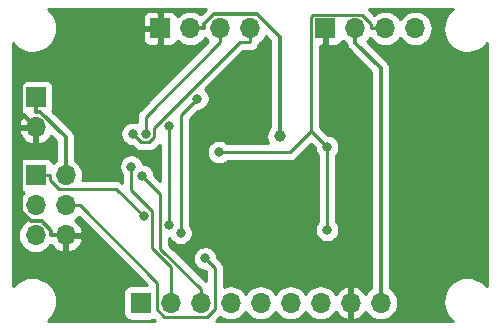
<source format=gbl>
G04 #@! TF.GenerationSoftware,KiCad,Pcbnew,(5.1.2)-1*
G04 #@! TF.CreationDate,2019-05-20T21:13:43-04:00*
G04 #@! TF.ProjectId,DuinoClone,4475696e-6f43-46c6-9f6e-652e6b696361,1*
G04 #@! TF.SameCoordinates,Original*
G04 #@! TF.FileFunction,Copper,L2,Bot*
G04 #@! TF.FilePolarity,Positive*
%FSLAX46Y46*%
G04 Gerber Fmt 4.6, Leading zero omitted, Abs format (unit mm)*
G04 Created by KiCad (PCBNEW (5.1.2)-1) date 2019-05-20 21:13:43*
%MOMM*%
%LPD*%
G04 APERTURE LIST*
%ADD10R,1.700000X1.700000*%
%ADD11O,1.700000X1.700000*%
%ADD12C,1.000000*%
%ADD13C,0.800000*%
%ADD14C,0.300000*%
%ADD15C,0.250000*%
%ADD16C,0.254000*%
G04 APERTURE END LIST*
D10*
X82804000Y-91440000D03*
D11*
X82804000Y-93980000D03*
D10*
X91694000Y-108839000D03*
D11*
X94234000Y-108839000D03*
X96774000Y-108839000D03*
X99314000Y-108839000D03*
X101854000Y-108839000D03*
X104394000Y-108839000D03*
X106934000Y-108839000D03*
X109474000Y-108839000D03*
X112014000Y-108839000D03*
D10*
X93345000Y-85598000D03*
D11*
X95885000Y-85598000D03*
X98425000Y-85598000D03*
X100965000Y-85598000D03*
D10*
X82804000Y-98044000D03*
D11*
X85344000Y-98044000D03*
X82804000Y-100584000D03*
X85344000Y-100584000D03*
X82804000Y-103124000D03*
X85344000Y-103124000D03*
X114935000Y-85598000D03*
X112395000Y-85598000D03*
X109855000Y-85598000D03*
D10*
X107315000Y-85598000D03*
D12*
X103459100Y-94742000D03*
D13*
X94093300Y-102249100D03*
X94077500Y-93880700D03*
X96495100Y-91543800D03*
X95083000Y-102914100D03*
X90900900Y-97288500D03*
X91804700Y-98076000D03*
X92111700Y-94510800D03*
X91018300Y-94520700D03*
X91943100Y-101517900D03*
X97165600Y-105062700D03*
X98310500Y-96081900D03*
X107487500Y-95618200D03*
X107483800Y-102651100D03*
D14*
X109855000Y-85598000D02*
X109855000Y-86798300D01*
X109855000Y-86798300D02*
X112014000Y-88957300D01*
X112014000Y-88957300D02*
X112014000Y-108839000D01*
X97085300Y-85598000D02*
X97085300Y-85214700D01*
X97085300Y-85214700D02*
X97902300Y-84397700D01*
X97902300Y-84397700D02*
X101521300Y-84397700D01*
X101521300Y-84397700D02*
X103459100Y-86335500D01*
X103459100Y-86335500D02*
X103459100Y-94742000D01*
X95885000Y-85598000D02*
X97085300Y-85598000D01*
X82804000Y-91440000D02*
X82804000Y-92640300D01*
X82804000Y-92640300D02*
X83179100Y-92640300D01*
X83179100Y-92640300D02*
X85344000Y-94805200D01*
X85344000Y-94805200D02*
X85344000Y-98044000D01*
X82804000Y-93980000D02*
X82804000Y-95180300D01*
X85344000Y-103124000D02*
X84143700Y-103124000D01*
X84143700Y-103124000D02*
X84143700Y-102748800D01*
X84143700Y-102748800D02*
X83318600Y-101923700D01*
X83318600Y-101923700D02*
X82445300Y-101923700D01*
X82445300Y-101923700D02*
X81603600Y-101082000D01*
X81603600Y-101082000D02*
X81603600Y-96380700D01*
X81603600Y-96380700D02*
X82804000Y-95180300D01*
X93345000Y-85598000D02*
X86432600Y-85598000D01*
X86432600Y-85598000D02*
X81603600Y-90427000D01*
X81603600Y-90427000D02*
X81603600Y-92779600D01*
X81603600Y-92779600D02*
X82804000Y-93980000D01*
X107315000Y-85598000D02*
X107315000Y-86798300D01*
X109474000Y-107638700D02*
X109474000Y-88957300D01*
X109474000Y-88957300D02*
X107315000Y-86798300D01*
X109474000Y-108839000D02*
X109474000Y-107638700D01*
D15*
X94093300Y-102249100D02*
X94077500Y-102233300D01*
X94077500Y-102233300D02*
X94077500Y-93880700D01*
X95083000Y-102914100D02*
X95083000Y-92955900D01*
X95083000Y-92955900D02*
X96495100Y-91543800D01*
X90900900Y-97288500D02*
X90900900Y-99250200D01*
X90900900Y-99250200D02*
X92683300Y-101032600D01*
X92683300Y-101032600D02*
X92683300Y-104209900D01*
X92683300Y-104209900D02*
X94234000Y-105760600D01*
X94234000Y-105760600D02*
X94234000Y-108839000D01*
X96774000Y-107663700D02*
X93368000Y-104257700D01*
X93368000Y-104257700D02*
X93368000Y-99639300D01*
X93368000Y-99639300D02*
X91804700Y-98076000D01*
X96774000Y-108839000D02*
X96774000Y-107663700D01*
X98425000Y-85598000D02*
X98425000Y-86773300D01*
X98425000Y-86773300D02*
X92111700Y-93086600D01*
X92111700Y-93086600D02*
X92111700Y-94510800D01*
X100965000Y-85598000D02*
X100965000Y-86773300D01*
X91018300Y-94520700D02*
X91733800Y-95236200D01*
X91733800Y-95236200D02*
X92439200Y-95236200D01*
X92439200Y-95236200D02*
X92851500Y-94823900D01*
X92851500Y-94823900D02*
X92851500Y-93989600D01*
X92851500Y-93989600D02*
X100067800Y-86773300D01*
X100067800Y-86773300D02*
X100965000Y-86773300D01*
X83979300Y-98044000D02*
X83979300Y-98411400D01*
X83979300Y-98411400D02*
X84787200Y-99219300D01*
X84787200Y-99219300D02*
X89644500Y-99219300D01*
X89644500Y-99219300D02*
X91943100Y-101517900D01*
X82804000Y-98044000D02*
X83979300Y-98044000D01*
X97165600Y-105062700D02*
X97962200Y-105859300D01*
X97962200Y-105859300D02*
X97962200Y-109350500D01*
X97962200Y-109350500D02*
X97297400Y-110015300D01*
X97297400Y-110015300D02*
X93698300Y-110015300D01*
X93698300Y-110015300D02*
X93058600Y-109375600D01*
X93058600Y-109375600D02*
X93058600Y-107123300D01*
X93058600Y-107123300D02*
X86519300Y-100584000D01*
X85344000Y-100584000D02*
X86519300Y-100584000D01*
X106139600Y-94270300D02*
X107487500Y-95618200D01*
X111219700Y-85598000D02*
X111219700Y-85230600D01*
X111219700Y-85230600D02*
X110411800Y-84422700D01*
X110411800Y-84422700D02*
X106318000Y-84422700D01*
X106318000Y-84422700D02*
X106139600Y-84601100D01*
X106139600Y-84601100D02*
X106139600Y-94270300D01*
X98310500Y-96081900D02*
X104328000Y-96081900D01*
X104328000Y-96081900D02*
X106139600Y-94270300D01*
X107483800Y-102651100D02*
X107483800Y-95621900D01*
X107483800Y-95621900D02*
X107487500Y-95618200D01*
X112395000Y-85598000D02*
X111219700Y-85598000D01*
D16*
G36*
X117887370Y-84156584D02*
G01*
X117635824Y-84473955D01*
X117450714Y-84834142D01*
X117339089Y-85223423D01*
X117305202Y-85626972D01*
X117350344Y-86029417D01*
X117472794Y-86415429D01*
X117667889Y-86770307D01*
X117928199Y-87080531D01*
X118243806Y-87334286D01*
X118602691Y-87521906D01*
X118991184Y-87636246D01*
X119394486Y-87672949D01*
X119797237Y-87630619D01*
X120184095Y-87510866D01*
X120540325Y-87318253D01*
X120852359Y-87060116D01*
X121006001Y-86871733D01*
X121006000Y-107435298D01*
X120810961Y-107209343D01*
X120491841Y-106960020D01*
X120130371Y-106777428D01*
X119740320Y-106668524D01*
X119336544Y-106637455D01*
X118934424Y-106685405D01*
X118549276Y-106810547D01*
X118195769Y-107008115D01*
X117887370Y-107270584D01*
X117635824Y-107587955D01*
X117450714Y-107948142D01*
X117339089Y-108337423D01*
X117305202Y-108740972D01*
X117350344Y-109143417D01*
X117472794Y-109529429D01*
X117667889Y-109884307D01*
X117928199Y-110194531D01*
X118106638Y-110338000D01*
X98049501Y-110338000D01*
X98387665Y-109999837D01*
X98484986Y-110079706D01*
X98742966Y-110217599D01*
X99022889Y-110302513D01*
X99241050Y-110324000D01*
X99386950Y-110324000D01*
X99605111Y-110302513D01*
X99885034Y-110217599D01*
X100143014Y-110079706D01*
X100369134Y-109894134D01*
X100554706Y-109668014D01*
X100584000Y-109613209D01*
X100613294Y-109668014D01*
X100798866Y-109894134D01*
X101024986Y-110079706D01*
X101282966Y-110217599D01*
X101562889Y-110302513D01*
X101781050Y-110324000D01*
X101926950Y-110324000D01*
X102145111Y-110302513D01*
X102425034Y-110217599D01*
X102683014Y-110079706D01*
X102909134Y-109894134D01*
X103094706Y-109668014D01*
X103124000Y-109613209D01*
X103153294Y-109668014D01*
X103338866Y-109894134D01*
X103564986Y-110079706D01*
X103822966Y-110217599D01*
X104102889Y-110302513D01*
X104321050Y-110324000D01*
X104466950Y-110324000D01*
X104685111Y-110302513D01*
X104965034Y-110217599D01*
X105223014Y-110079706D01*
X105449134Y-109894134D01*
X105634706Y-109668014D01*
X105664000Y-109613209D01*
X105693294Y-109668014D01*
X105878866Y-109894134D01*
X106104986Y-110079706D01*
X106362966Y-110217599D01*
X106642889Y-110302513D01*
X106861050Y-110324000D01*
X107006950Y-110324000D01*
X107225111Y-110302513D01*
X107505034Y-110217599D01*
X107763014Y-110079706D01*
X107989134Y-109894134D01*
X108174706Y-109668014D01*
X108209201Y-109603477D01*
X108278822Y-109720355D01*
X108473731Y-109936588D01*
X108707080Y-110110641D01*
X108969901Y-110235825D01*
X109117110Y-110280476D01*
X109347000Y-110159155D01*
X109347000Y-108966000D01*
X109327000Y-108966000D01*
X109327000Y-108712000D01*
X109347000Y-108712000D01*
X109347000Y-107518845D01*
X109117110Y-107397524D01*
X108969901Y-107442175D01*
X108707080Y-107567359D01*
X108473731Y-107741412D01*
X108278822Y-107957645D01*
X108209201Y-108074523D01*
X108174706Y-108009986D01*
X107989134Y-107783866D01*
X107763014Y-107598294D01*
X107505034Y-107460401D01*
X107225111Y-107375487D01*
X107006950Y-107354000D01*
X106861050Y-107354000D01*
X106642889Y-107375487D01*
X106362966Y-107460401D01*
X106104986Y-107598294D01*
X105878866Y-107783866D01*
X105693294Y-108009986D01*
X105664000Y-108064791D01*
X105634706Y-108009986D01*
X105449134Y-107783866D01*
X105223014Y-107598294D01*
X104965034Y-107460401D01*
X104685111Y-107375487D01*
X104466950Y-107354000D01*
X104321050Y-107354000D01*
X104102889Y-107375487D01*
X103822966Y-107460401D01*
X103564986Y-107598294D01*
X103338866Y-107783866D01*
X103153294Y-108009986D01*
X103124000Y-108064791D01*
X103094706Y-108009986D01*
X102909134Y-107783866D01*
X102683014Y-107598294D01*
X102425034Y-107460401D01*
X102145111Y-107375487D01*
X101926950Y-107354000D01*
X101781050Y-107354000D01*
X101562889Y-107375487D01*
X101282966Y-107460401D01*
X101024986Y-107598294D01*
X100798866Y-107783866D01*
X100613294Y-108009986D01*
X100584000Y-108064791D01*
X100554706Y-108009986D01*
X100369134Y-107783866D01*
X100143014Y-107598294D01*
X99885034Y-107460401D01*
X99605111Y-107375487D01*
X99386950Y-107354000D01*
X99241050Y-107354000D01*
X99022889Y-107375487D01*
X98742966Y-107460401D01*
X98722200Y-107471501D01*
X98722200Y-105896633D01*
X98725877Y-105859300D01*
X98711203Y-105710314D01*
X98667746Y-105567053D01*
X98597174Y-105435024D01*
X98525999Y-105348297D01*
X98502201Y-105319299D01*
X98473204Y-105295502D01*
X98200600Y-105022898D01*
X98200600Y-104960761D01*
X98160826Y-104760802D01*
X98082805Y-104572444D01*
X97969537Y-104402926D01*
X97825374Y-104258763D01*
X97655856Y-104145495D01*
X97467498Y-104067474D01*
X97267539Y-104027700D01*
X97063661Y-104027700D01*
X96863702Y-104067474D01*
X96675344Y-104145495D01*
X96505826Y-104258763D01*
X96361663Y-104402926D01*
X96248395Y-104572444D01*
X96170374Y-104760802D01*
X96130600Y-104960761D01*
X96130600Y-105164639D01*
X96170374Y-105364598D01*
X96248395Y-105552956D01*
X96361663Y-105722474D01*
X96505826Y-105866637D01*
X96675344Y-105979905D01*
X96863702Y-106057926D01*
X97063661Y-106097700D01*
X97125798Y-106097700D01*
X97202200Y-106174102D01*
X97202200Y-107017097D01*
X94128000Y-103942899D01*
X94128000Y-103313111D01*
X94165795Y-103404356D01*
X94279063Y-103573874D01*
X94423226Y-103718037D01*
X94592744Y-103831305D01*
X94781102Y-103909326D01*
X94981061Y-103949100D01*
X95184939Y-103949100D01*
X95384898Y-103909326D01*
X95573256Y-103831305D01*
X95742774Y-103718037D01*
X95886937Y-103573874D01*
X96000205Y-103404356D01*
X96078226Y-103215998D01*
X96118000Y-103016039D01*
X96118000Y-102812161D01*
X96078226Y-102612202D01*
X96000205Y-102423844D01*
X95886937Y-102254326D01*
X95843000Y-102210389D01*
X95843000Y-93270701D01*
X96534902Y-92578800D01*
X96597039Y-92578800D01*
X96796998Y-92539026D01*
X96985356Y-92461005D01*
X97154874Y-92347737D01*
X97299037Y-92203574D01*
X97412305Y-92034056D01*
X97490326Y-91845698D01*
X97530100Y-91645739D01*
X97530100Y-91441861D01*
X97490326Y-91241902D01*
X97412305Y-91053544D01*
X97299037Y-90884026D01*
X97165456Y-90750445D01*
X100382602Y-87533300D01*
X100927667Y-87533300D01*
X100965000Y-87536977D01*
X101113986Y-87522303D01*
X101257247Y-87478846D01*
X101389276Y-87408274D01*
X101505001Y-87313301D01*
X101599974Y-87197576D01*
X101670546Y-87065547D01*
X101714003Y-86922286D01*
X101718246Y-86879205D01*
X101794014Y-86838706D01*
X102020134Y-86653134D01*
X102205706Y-86427014D01*
X102287476Y-86274033D01*
X102674100Y-86660658D01*
X102674101Y-93921867D01*
X102577488Y-94018480D01*
X102453276Y-94204376D01*
X102367717Y-94410933D01*
X102324100Y-94630212D01*
X102324100Y-94853788D01*
X102367717Y-95073067D01*
X102453276Y-95279624D01*
X102481524Y-95321900D01*
X99014211Y-95321900D01*
X98970274Y-95277963D01*
X98800756Y-95164695D01*
X98612398Y-95086674D01*
X98412439Y-95046900D01*
X98208561Y-95046900D01*
X98008602Y-95086674D01*
X97820244Y-95164695D01*
X97650726Y-95277963D01*
X97506563Y-95422126D01*
X97393295Y-95591644D01*
X97315274Y-95780002D01*
X97275500Y-95979961D01*
X97275500Y-96183839D01*
X97315274Y-96383798D01*
X97393295Y-96572156D01*
X97506563Y-96741674D01*
X97650726Y-96885837D01*
X97820244Y-96999105D01*
X98008602Y-97077126D01*
X98208561Y-97116900D01*
X98412439Y-97116900D01*
X98612398Y-97077126D01*
X98800756Y-96999105D01*
X98970274Y-96885837D01*
X99014211Y-96841900D01*
X104290678Y-96841900D01*
X104328000Y-96845576D01*
X104365322Y-96841900D01*
X104365333Y-96841900D01*
X104476986Y-96830903D01*
X104620247Y-96787446D01*
X104752276Y-96716874D01*
X104868001Y-96621901D01*
X104891804Y-96592897D01*
X106139600Y-95345102D01*
X106452500Y-95658002D01*
X106452500Y-95720139D01*
X106492274Y-95920098D01*
X106570295Y-96108456D01*
X106683563Y-96277974D01*
X106723801Y-96318212D01*
X106723800Y-101947389D01*
X106679863Y-101991326D01*
X106566595Y-102160844D01*
X106488574Y-102349202D01*
X106448800Y-102549161D01*
X106448800Y-102753039D01*
X106488574Y-102952998D01*
X106566595Y-103141356D01*
X106679863Y-103310874D01*
X106824026Y-103455037D01*
X106993544Y-103568305D01*
X107181902Y-103646326D01*
X107381861Y-103686100D01*
X107585739Y-103686100D01*
X107785698Y-103646326D01*
X107974056Y-103568305D01*
X108143574Y-103455037D01*
X108287737Y-103310874D01*
X108401005Y-103141356D01*
X108479026Y-102952998D01*
X108518800Y-102753039D01*
X108518800Y-102549161D01*
X108479026Y-102349202D01*
X108401005Y-102160844D01*
X108287737Y-101991326D01*
X108243800Y-101947389D01*
X108243800Y-96325611D01*
X108291437Y-96277974D01*
X108404705Y-96108456D01*
X108482726Y-95920098D01*
X108522500Y-95720139D01*
X108522500Y-95516261D01*
X108482726Y-95316302D01*
X108404705Y-95127944D01*
X108291437Y-94958426D01*
X108147274Y-94814263D01*
X107977756Y-94700995D01*
X107789398Y-94622974D01*
X107589439Y-94583200D01*
X107527302Y-94583200D01*
X106899600Y-93955499D01*
X106899600Y-87083706D01*
X107029250Y-87083000D01*
X107188000Y-86924250D01*
X107188000Y-85725000D01*
X107168000Y-85725000D01*
X107168000Y-85471000D01*
X107188000Y-85471000D01*
X107188000Y-85451000D01*
X107442000Y-85451000D01*
X107442000Y-85471000D01*
X107462000Y-85471000D01*
X107462000Y-85725000D01*
X107442000Y-85725000D01*
X107442000Y-86924250D01*
X107600750Y-87083000D01*
X108165000Y-87086072D01*
X108289482Y-87073812D01*
X108409180Y-87037502D01*
X108519494Y-86978537D01*
X108616185Y-86899185D01*
X108695537Y-86802494D01*
X108754502Y-86692180D01*
X108775393Y-86623313D01*
X108799866Y-86653134D01*
X109025986Y-86838706D01*
X109072638Y-86863642D01*
X109081359Y-86952186D01*
X109126246Y-87100159D01*
X109126247Y-87100160D01*
X109199139Y-87236533D01*
X109238343Y-87284303D01*
X109272655Y-87326112D01*
X109272659Y-87326116D01*
X109297237Y-87356064D01*
X109327185Y-87380642D01*
X111229000Y-89282458D01*
X111229001Y-107574768D01*
X111184986Y-107598294D01*
X110958866Y-107783866D01*
X110773294Y-108009986D01*
X110738799Y-108074523D01*
X110669178Y-107957645D01*
X110474269Y-107741412D01*
X110240920Y-107567359D01*
X109978099Y-107442175D01*
X109830890Y-107397524D01*
X109601000Y-107518845D01*
X109601000Y-108712000D01*
X109621000Y-108712000D01*
X109621000Y-108966000D01*
X109601000Y-108966000D01*
X109601000Y-110159155D01*
X109830890Y-110280476D01*
X109978099Y-110235825D01*
X110240920Y-110110641D01*
X110474269Y-109936588D01*
X110669178Y-109720355D01*
X110738799Y-109603477D01*
X110773294Y-109668014D01*
X110958866Y-109894134D01*
X111184986Y-110079706D01*
X111442966Y-110217599D01*
X111722889Y-110302513D01*
X111941050Y-110324000D01*
X112086950Y-110324000D01*
X112305111Y-110302513D01*
X112585034Y-110217599D01*
X112843014Y-110079706D01*
X113069134Y-109894134D01*
X113254706Y-109668014D01*
X113392599Y-109410034D01*
X113477513Y-109130111D01*
X113506185Y-108839000D01*
X113477513Y-108547889D01*
X113392599Y-108267966D01*
X113254706Y-108009986D01*
X113069134Y-107783866D01*
X112843014Y-107598294D01*
X112799000Y-107574768D01*
X112799000Y-88995852D01*
X112802797Y-88957299D01*
X112799000Y-88918746D01*
X112799000Y-88918739D01*
X112787641Y-88803413D01*
X112742754Y-88655440D01*
X112669862Y-88519067D01*
X112571764Y-88399536D01*
X112541817Y-88374959D01*
X110860623Y-86693766D01*
X110910134Y-86653134D01*
X111095706Y-86427014D01*
X111125000Y-86372209D01*
X111154294Y-86427014D01*
X111339866Y-86653134D01*
X111565986Y-86838706D01*
X111823966Y-86976599D01*
X112103889Y-87061513D01*
X112322050Y-87083000D01*
X112467950Y-87083000D01*
X112686111Y-87061513D01*
X112966034Y-86976599D01*
X113224014Y-86838706D01*
X113450134Y-86653134D01*
X113635706Y-86427014D01*
X113665000Y-86372209D01*
X113694294Y-86427014D01*
X113879866Y-86653134D01*
X114105986Y-86838706D01*
X114363966Y-86976599D01*
X114643889Y-87061513D01*
X114862050Y-87083000D01*
X115007950Y-87083000D01*
X115226111Y-87061513D01*
X115506034Y-86976599D01*
X115764014Y-86838706D01*
X115990134Y-86653134D01*
X116175706Y-86427014D01*
X116313599Y-86169034D01*
X116398513Y-85889111D01*
X116427185Y-85598000D01*
X116398513Y-85306889D01*
X116313599Y-85026966D01*
X116175706Y-84768986D01*
X115990134Y-84542866D01*
X115764014Y-84357294D01*
X115506034Y-84219401D01*
X115226111Y-84134487D01*
X115007950Y-84113000D01*
X114862050Y-84113000D01*
X114643889Y-84134487D01*
X114363966Y-84219401D01*
X114105986Y-84357294D01*
X113879866Y-84542866D01*
X113694294Y-84768986D01*
X113665000Y-84823791D01*
X113635706Y-84768986D01*
X113450134Y-84542866D01*
X113224014Y-84357294D01*
X112966034Y-84219401D01*
X112686111Y-84134487D01*
X112467950Y-84113000D01*
X112322050Y-84113000D01*
X112103889Y-84134487D01*
X111823966Y-84219401D01*
X111565986Y-84357294D01*
X111486461Y-84422559D01*
X111035901Y-83972000D01*
X118104255Y-83972000D01*
X117887370Y-84156584D01*
X117887370Y-84156584D01*
G37*
X117887370Y-84156584D02*
X117635824Y-84473955D01*
X117450714Y-84834142D01*
X117339089Y-85223423D01*
X117305202Y-85626972D01*
X117350344Y-86029417D01*
X117472794Y-86415429D01*
X117667889Y-86770307D01*
X117928199Y-87080531D01*
X118243806Y-87334286D01*
X118602691Y-87521906D01*
X118991184Y-87636246D01*
X119394486Y-87672949D01*
X119797237Y-87630619D01*
X120184095Y-87510866D01*
X120540325Y-87318253D01*
X120852359Y-87060116D01*
X121006001Y-86871733D01*
X121006000Y-107435298D01*
X120810961Y-107209343D01*
X120491841Y-106960020D01*
X120130371Y-106777428D01*
X119740320Y-106668524D01*
X119336544Y-106637455D01*
X118934424Y-106685405D01*
X118549276Y-106810547D01*
X118195769Y-107008115D01*
X117887370Y-107270584D01*
X117635824Y-107587955D01*
X117450714Y-107948142D01*
X117339089Y-108337423D01*
X117305202Y-108740972D01*
X117350344Y-109143417D01*
X117472794Y-109529429D01*
X117667889Y-109884307D01*
X117928199Y-110194531D01*
X118106638Y-110338000D01*
X98049501Y-110338000D01*
X98387665Y-109999837D01*
X98484986Y-110079706D01*
X98742966Y-110217599D01*
X99022889Y-110302513D01*
X99241050Y-110324000D01*
X99386950Y-110324000D01*
X99605111Y-110302513D01*
X99885034Y-110217599D01*
X100143014Y-110079706D01*
X100369134Y-109894134D01*
X100554706Y-109668014D01*
X100584000Y-109613209D01*
X100613294Y-109668014D01*
X100798866Y-109894134D01*
X101024986Y-110079706D01*
X101282966Y-110217599D01*
X101562889Y-110302513D01*
X101781050Y-110324000D01*
X101926950Y-110324000D01*
X102145111Y-110302513D01*
X102425034Y-110217599D01*
X102683014Y-110079706D01*
X102909134Y-109894134D01*
X103094706Y-109668014D01*
X103124000Y-109613209D01*
X103153294Y-109668014D01*
X103338866Y-109894134D01*
X103564986Y-110079706D01*
X103822966Y-110217599D01*
X104102889Y-110302513D01*
X104321050Y-110324000D01*
X104466950Y-110324000D01*
X104685111Y-110302513D01*
X104965034Y-110217599D01*
X105223014Y-110079706D01*
X105449134Y-109894134D01*
X105634706Y-109668014D01*
X105664000Y-109613209D01*
X105693294Y-109668014D01*
X105878866Y-109894134D01*
X106104986Y-110079706D01*
X106362966Y-110217599D01*
X106642889Y-110302513D01*
X106861050Y-110324000D01*
X107006950Y-110324000D01*
X107225111Y-110302513D01*
X107505034Y-110217599D01*
X107763014Y-110079706D01*
X107989134Y-109894134D01*
X108174706Y-109668014D01*
X108209201Y-109603477D01*
X108278822Y-109720355D01*
X108473731Y-109936588D01*
X108707080Y-110110641D01*
X108969901Y-110235825D01*
X109117110Y-110280476D01*
X109347000Y-110159155D01*
X109347000Y-108966000D01*
X109327000Y-108966000D01*
X109327000Y-108712000D01*
X109347000Y-108712000D01*
X109347000Y-107518845D01*
X109117110Y-107397524D01*
X108969901Y-107442175D01*
X108707080Y-107567359D01*
X108473731Y-107741412D01*
X108278822Y-107957645D01*
X108209201Y-108074523D01*
X108174706Y-108009986D01*
X107989134Y-107783866D01*
X107763014Y-107598294D01*
X107505034Y-107460401D01*
X107225111Y-107375487D01*
X107006950Y-107354000D01*
X106861050Y-107354000D01*
X106642889Y-107375487D01*
X106362966Y-107460401D01*
X106104986Y-107598294D01*
X105878866Y-107783866D01*
X105693294Y-108009986D01*
X105664000Y-108064791D01*
X105634706Y-108009986D01*
X105449134Y-107783866D01*
X105223014Y-107598294D01*
X104965034Y-107460401D01*
X104685111Y-107375487D01*
X104466950Y-107354000D01*
X104321050Y-107354000D01*
X104102889Y-107375487D01*
X103822966Y-107460401D01*
X103564986Y-107598294D01*
X103338866Y-107783866D01*
X103153294Y-108009986D01*
X103124000Y-108064791D01*
X103094706Y-108009986D01*
X102909134Y-107783866D01*
X102683014Y-107598294D01*
X102425034Y-107460401D01*
X102145111Y-107375487D01*
X101926950Y-107354000D01*
X101781050Y-107354000D01*
X101562889Y-107375487D01*
X101282966Y-107460401D01*
X101024986Y-107598294D01*
X100798866Y-107783866D01*
X100613294Y-108009986D01*
X100584000Y-108064791D01*
X100554706Y-108009986D01*
X100369134Y-107783866D01*
X100143014Y-107598294D01*
X99885034Y-107460401D01*
X99605111Y-107375487D01*
X99386950Y-107354000D01*
X99241050Y-107354000D01*
X99022889Y-107375487D01*
X98742966Y-107460401D01*
X98722200Y-107471501D01*
X98722200Y-105896633D01*
X98725877Y-105859300D01*
X98711203Y-105710314D01*
X98667746Y-105567053D01*
X98597174Y-105435024D01*
X98525999Y-105348297D01*
X98502201Y-105319299D01*
X98473204Y-105295502D01*
X98200600Y-105022898D01*
X98200600Y-104960761D01*
X98160826Y-104760802D01*
X98082805Y-104572444D01*
X97969537Y-104402926D01*
X97825374Y-104258763D01*
X97655856Y-104145495D01*
X97467498Y-104067474D01*
X97267539Y-104027700D01*
X97063661Y-104027700D01*
X96863702Y-104067474D01*
X96675344Y-104145495D01*
X96505826Y-104258763D01*
X96361663Y-104402926D01*
X96248395Y-104572444D01*
X96170374Y-104760802D01*
X96130600Y-104960761D01*
X96130600Y-105164639D01*
X96170374Y-105364598D01*
X96248395Y-105552956D01*
X96361663Y-105722474D01*
X96505826Y-105866637D01*
X96675344Y-105979905D01*
X96863702Y-106057926D01*
X97063661Y-106097700D01*
X97125798Y-106097700D01*
X97202200Y-106174102D01*
X97202200Y-107017097D01*
X94128000Y-103942899D01*
X94128000Y-103313111D01*
X94165795Y-103404356D01*
X94279063Y-103573874D01*
X94423226Y-103718037D01*
X94592744Y-103831305D01*
X94781102Y-103909326D01*
X94981061Y-103949100D01*
X95184939Y-103949100D01*
X95384898Y-103909326D01*
X95573256Y-103831305D01*
X95742774Y-103718037D01*
X95886937Y-103573874D01*
X96000205Y-103404356D01*
X96078226Y-103215998D01*
X96118000Y-103016039D01*
X96118000Y-102812161D01*
X96078226Y-102612202D01*
X96000205Y-102423844D01*
X95886937Y-102254326D01*
X95843000Y-102210389D01*
X95843000Y-93270701D01*
X96534902Y-92578800D01*
X96597039Y-92578800D01*
X96796998Y-92539026D01*
X96985356Y-92461005D01*
X97154874Y-92347737D01*
X97299037Y-92203574D01*
X97412305Y-92034056D01*
X97490326Y-91845698D01*
X97530100Y-91645739D01*
X97530100Y-91441861D01*
X97490326Y-91241902D01*
X97412305Y-91053544D01*
X97299037Y-90884026D01*
X97165456Y-90750445D01*
X100382602Y-87533300D01*
X100927667Y-87533300D01*
X100965000Y-87536977D01*
X101113986Y-87522303D01*
X101257247Y-87478846D01*
X101389276Y-87408274D01*
X101505001Y-87313301D01*
X101599974Y-87197576D01*
X101670546Y-87065547D01*
X101714003Y-86922286D01*
X101718246Y-86879205D01*
X101794014Y-86838706D01*
X102020134Y-86653134D01*
X102205706Y-86427014D01*
X102287476Y-86274033D01*
X102674100Y-86660658D01*
X102674101Y-93921867D01*
X102577488Y-94018480D01*
X102453276Y-94204376D01*
X102367717Y-94410933D01*
X102324100Y-94630212D01*
X102324100Y-94853788D01*
X102367717Y-95073067D01*
X102453276Y-95279624D01*
X102481524Y-95321900D01*
X99014211Y-95321900D01*
X98970274Y-95277963D01*
X98800756Y-95164695D01*
X98612398Y-95086674D01*
X98412439Y-95046900D01*
X98208561Y-95046900D01*
X98008602Y-95086674D01*
X97820244Y-95164695D01*
X97650726Y-95277963D01*
X97506563Y-95422126D01*
X97393295Y-95591644D01*
X97315274Y-95780002D01*
X97275500Y-95979961D01*
X97275500Y-96183839D01*
X97315274Y-96383798D01*
X97393295Y-96572156D01*
X97506563Y-96741674D01*
X97650726Y-96885837D01*
X97820244Y-96999105D01*
X98008602Y-97077126D01*
X98208561Y-97116900D01*
X98412439Y-97116900D01*
X98612398Y-97077126D01*
X98800756Y-96999105D01*
X98970274Y-96885837D01*
X99014211Y-96841900D01*
X104290678Y-96841900D01*
X104328000Y-96845576D01*
X104365322Y-96841900D01*
X104365333Y-96841900D01*
X104476986Y-96830903D01*
X104620247Y-96787446D01*
X104752276Y-96716874D01*
X104868001Y-96621901D01*
X104891804Y-96592897D01*
X106139600Y-95345102D01*
X106452500Y-95658002D01*
X106452500Y-95720139D01*
X106492274Y-95920098D01*
X106570295Y-96108456D01*
X106683563Y-96277974D01*
X106723801Y-96318212D01*
X106723800Y-101947389D01*
X106679863Y-101991326D01*
X106566595Y-102160844D01*
X106488574Y-102349202D01*
X106448800Y-102549161D01*
X106448800Y-102753039D01*
X106488574Y-102952998D01*
X106566595Y-103141356D01*
X106679863Y-103310874D01*
X106824026Y-103455037D01*
X106993544Y-103568305D01*
X107181902Y-103646326D01*
X107381861Y-103686100D01*
X107585739Y-103686100D01*
X107785698Y-103646326D01*
X107974056Y-103568305D01*
X108143574Y-103455037D01*
X108287737Y-103310874D01*
X108401005Y-103141356D01*
X108479026Y-102952998D01*
X108518800Y-102753039D01*
X108518800Y-102549161D01*
X108479026Y-102349202D01*
X108401005Y-102160844D01*
X108287737Y-101991326D01*
X108243800Y-101947389D01*
X108243800Y-96325611D01*
X108291437Y-96277974D01*
X108404705Y-96108456D01*
X108482726Y-95920098D01*
X108522500Y-95720139D01*
X108522500Y-95516261D01*
X108482726Y-95316302D01*
X108404705Y-95127944D01*
X108291437Y-94958426D01*
X108147274Y-94814263D01*
X107977756Y-94700995D01*
X107789398Y-94622974D01*
X107589439Y-94583200D01*
X107527302Y-94583200D01*
X106899600Y-93955499D01*
X106899600Y-87083706D01*
X107029250Y-87083000D01*
X107188000Y-86924250D01*
X107188000Y-85725000D01*
X107168000Y-85725000D01*
X107168000Y-85471000D01*
X107188000Y-85471000D01*
X107188000Y-85451000D01*
X107442000Y-85451000D01*
X107442000Y-85471000D01*
X107462000Y-85471000D01*
X107462000Y-85725000D01*
X107442000Y-85725000D01*
X107442000Y-86924250D01*
X107600750Y-87083000D01*
X108165000Y-87086072D01*
X108289482Y-87073812D01*
X108409180Y-87037502D01*
X108519494Y-86978537D01*
X108616185Y-86899185D01*
X108695537Y-86802494D01*
X108754502Y-86692180D01*
X108775393Y-86623313D01*
X108799866Y-86653134D01*
X109025986Y-86838706D01*
X109072638Y-86863642D01*
X109081359Y-86952186D01*
X109126246Y-87100159D01*
X109126247Y-87100160D01*
X109199139Y-87236533D01*
X109238343Y-87284303D01*
X109272655Y-87326112D01*
X109272659Y-87326116D01*
X109297237Y-87356064D01*
X109327185Y-87380642D01*
X111229000Y-89282458D01*
X111229001Y-107574768D01*
X111184986Y-107598294D01*
X110958866Y-107783866D01*
X110773294Y-108009986D01*
X110738799Y-108074523D01*
X110669178Y-107957645D01*
X110474269Y-107741412D01*
X110240920Y-107567359D01*
X109978099Y-107442175D01*
X109830890Y-107397524D01*
X109601000Y-107518845D01*
X109601000Y-108712000D01*
X109621000Y-108712000D01*
X109621000Y-108966000D01*
X109601000Y-108966000D01*
X109601000Y-110159155D01*
X109830890Y-110280476D01*
X109978099Y-110235825D01*
X110240920Y-110110641D01*
X110474269Y-109936588D01*
X110669178Y-109720355D01*
X110738799Y-109603477D01*
X110773294Y-109668014D01*
X110958866Y-109894134D01*
X111184986Y-110079706D01*
X111442966Y-110217599D01*
X111722889Y-110302513D01*
X111941050Y-110324000D01*
X112086950Y-110324000D01*
X112305111Y-110302513D01*
X112585034Y-110217599D01*
X112843014Y-110079706D01*
X113069134Y-109894134D01*
X113254706Y-109668014D01*
X113392599Y-109410034D01*
X113477513Y-109130111D01*
X113506185Y-108839000D01*
X113477513Y-108547889D01*
X113392599Y-108267966D01*
X113254706Y-108009986D01*
X113069134Y-107783866D01*
X112843014Y-107598294D01*
X112799000Y-107574768D01*
X112799000Y-88995852D01*
X112802797Y-88957299D01*
X112799000Y-88918746D01*
X112799000Y-88918739D01*
X112787641Y-88803413D01*
X112742754Y-88655440D01*
X112669862Y-88519067D01*
X112571764Y-88399536D01*
X112541817Y-88374959D01*
X110860623Y-86693766D01*
X110910134Y-86653134D01*
X111095706Y-86427014D01*
X111125000Y-86372209D01*
X111154294Y-86427014D01*
X111339866Y-86653134D01*
X111565986Y-86838706D01*
X111823966Y-86976599D01*
X112103889Y-87061513D01*
X112322050Y-87083000D01*
X112467950Y-87083000D01*
X112686111Y-87061513D01*
X112966034Y-86976599D01*
X113224014Y-86838706D01*
X113450134Y-86653134D01*
X113635706Y-86427014D01*
X113665000Y-86372209D01*
X113694294Y-86427014D01*
X113879866Y-86653134D01*
X114105986Y-86838706D01*
X114363966Y-86976599D01*
X114643889Y-87061513D01*
X114862050Y-87083000D01*
X115007950Y-87083000D01*
X115226111Y-87061513D01*
X115506034Y-86976599D01*
X115764014Y-86838706D01*
X115990134Y-86653134D01*
X116175706Y-86427014D01*
X116313599Y-86169034D01*
X116398513Y-85889111D01*
X116427185Y-85598000D01*
X116398513Y-85306889D01*
X116313599Y-85026966D01*
X116175706Y-84768986D01*
X115990134Y-84542866D01*
X115764014Y-84357294D01*
X115506034Y-84219401D01*
X115226111Y-84134487D01*
X115007950Y-84113000D01*
X114862050Y-84113000D01*
X114643889Y-84134487D01*
X114363966Y-84219401D01*
X114105986Y-84357294D01*
X113879866Y-84542866D01*
X113694294Y-84768986D01*
X113665000Y-84823791D01*
X113635706Y-84768986D01*
X113450134Y-84542866D01*
X113224014Y-84357294D01*
X112966034Y-84219401D01*
X112686111Y-84134487D01*
X112467950Y-84113000D01*
X112322050Y-84113000D01*
X112103889Y-84134487D01*
X111823966Y-84219401D01*
X111565986Y-84357294D01*
X111486461Y-84422559D01*
X111035901Y-83972000D01*
X118104255Y-83972000D01*
X117887370Y-84156584D01*
G36*
X96779119Y-84410724D02*
G01*
X96714014Y-84357294D01*
X96456034Y-84219401D01*
X96176111Y-84134487D01*
X95957950Y-84113000D01*
X95812050Y-84113000D01*
X95593889Y-84134487D01*
X95313966Y-84219401D01*
X95055986Y-84357294D01*
X94829866Y-84542866D01*
X94805393Y-84572687D01*
X94784502Y-84503820D01*
X94725537Y-84393506D01*
X94646185Y-84296815D01*
X94549494Y-84217463D01*
X94439180Y-84158498D01*
X94319482Y-84122188D01*
X94195000Y-84109928D01*
X93630750Y-84113000D01*
X93472000Y-84271750D01*
X93472000Y-85471000D01*
X93492000Y-85471000D01*
X93492000Y-85725000D01*
X93472000Y-85725000D01*
X93472000Y-86924250D01*
X93630750Y-87083000D01*
X94195000Y-87086072D01*
X94319482Y-87073812D01*
X94439180Y-87037502D01*
X94549494Y-86978537D01*
X94646185Y-86899185D01*
X94725537Y-86802494D01*
X94784502Y-86692180D01*
X94805393Y-86623313D01*
X94829866Y-86653134D01*
X95055986Y-86838706D01*
X95313966Y-86976599D01*
X95593889Y-87061513D01*
X95812050Y-87083000D01*
X95957950Y-87083000D01*
X96176111Y-87061513D01*
X96456034Y-86976599D01*
X96714014Y-86838706D01*
X96940134Y-86653134D01*
X97125706Y-86427014D01*
X97150642Y-86380362D01*
X97158922Y-86379547D01*
X97184294Y-86427014D01*
X97369866Y-86653134D01*
X97425064Y-86698434D01*
X91600703Y-92522796D01*
X91571699Y-92546599D01*
X91545273Y-92578800D01*
X91476726Y-92662324D01*
X91467887Y-92678861D01*
X91406154Y-92794354D01*
X91362697Y-92937615D01*
X91351700Y-93049268D01*
X91351700Y-93049278D01*
X91348024Y-93086600D01*
X91351700Y-93123923D01*
X91351700Y-93538523D01*
X91320198Y-93525474D01*
X91120239Y-93485700D01*
X90916361Y-93485700D01*
X90716402Y-93525474D01*
X90528044Y-93603495D01*
X90358526Y-93716763D01*
X90214363Y-93860926D01*
X90101095Y-94030444D01*
X90023074Y-94218802D01*
X89983300Y-94418761D01*
X89983300Y-94622639D01*
X90023074Y-94822598D01*
X90101095Y-95010956D01*
X90214363Y-95180474D01*
X90358526Y-95324637D01*
X90528044Y-95437905D01*
X90716402Y-95515926D01*
X90916361Y-95555700D01*
X90978498Y-95555700D01*
X91170001Y-95747202D01*
X91193799Y-95776201D01*
X91309524Y-95871174D01*
X91441553Y-95941746D01*
X91584814Y-95985203D01*
X91696467Y-95996200D01*
X91696477Y-95996200D01*
X91733800Y-95999876D01*
X91771123Y-95996200D01*
X92401878Y-95996200D01*
X92439200Y-95999876D01*
X92476522Y-95996200D01*
X92476533Y-95996200D01*
X92588186Y-95985203D01*
X92731447Y-95941746D01*
X92863476Y-95871174D01*
X92979201Y-95776201D01*
X93003004Y-95747197D01*
X93317501Y-95432700D01*
X93317500Y-98513999D01*
X92839700Y-98036199D01*
X92839700Y-97974061D01*
X92799926Y-97774102D01*
X92721905Y-97585744D01*
X92608637Y-97416226D01*
X92464474Y-97272063D01*
X92294956Y-97158795D01*
X92106598Y-97080774D01*
X91906959Y-97041064D01*
X91896126Y-96986602D01*
X91818105Y-96798244D01*
X91704837Y-96628726D01*
X91560674Y-96484563D01*
X91391156Y-96371295D01*
X91202798Y-96293274D01*
X91002839Y-96253500D01*
X90798961Y-96253500D01*
X90599002Y-96293274D01*
X90410644Y-96371295D01*
X90241126Y-96484563D01*
X90096963Y-96628726D01*
X89983695Y-96798244D01*
X89905674Y-96986602D01*
X89865900Y-97186561D01*
X89865900Y-97390439D01*
X89905674Y-97590398D01*
X89983695Y-97778756D01*
X90096963Y-97948274D01*
X90140900Y-97992211D01*
X90140901Y-98643517D01*
X90068776Y-98584326D01*
X89936747Y-98513754D01*
X89793486Y-98470297D01*
X89681833Y-98459300D01*
X89681822Y-98459300D01*
X89644500Y-98455624D01*
X89607178Y-98459300D01*
X86769841Y-98459300D01*
X86807513Y-98335111D01*
X86836185Y-98044000D01*
X86807513Y-97752889D01*
X86722599Y-97472966D01*
X86584706Y-97214986D01*
X86399134Y-96988866D01*
X86173014Y-96803294D01*
X86129000Y-96779768D01*
X86129000Y-94843755D01*
X86132797Y-94805200D01*
X86129000Y-94766640D01*
X86129000Y-94766639D01*
X86124918Y-94725197D01*
X86117642Y-94651313D01*
X86072754Y-94503340D01*
X86064125Y-94487197D01*
X85999862Y-94366967D01*
X85901764Y-94247436D01*
X85871817Y-94222859D01*
X84222475Y-92573518D01*
X84243502Y-92534180D01*
X84279812Y-92414482D01*
X84292072Y-92290000D01*
X84292072Y-90590000D01*
X84279812Y-90465518D01*
X84243502Y-90345820D01*
X84184537Y-90235506D01*
X84105185Y-90138815D01*
X84008494Y-90059463D01*
X83898180Y-90000498D01*
X83778482Y-89964188D01*
X83654000Y-89951928D01*
X81954000Y-89951928D01*
X81829518Y-89964188D01*
X81709820Y-90000498D01*
X81599506Y-90059463D01*
X81502815Y-90138815D01*
X81423463Y-90235506D01*
X81364498Y-90345820D01*
X81328188Y-90465518D01*
X81315928Y-90590000D01*
X81315928Y-92290000D01*
X81328188Y-92414482D01*
X81364498Y-92534180D01*
X81423463Y-92644494D01*
X81502815Y-92741185D01*
X81599506Y-92820537D01*
X81709820Y-92879502D01*
X81790466Y-92903966D01*
X81706412Y-92979731D01*
X81532359Y-93213080D01*
X81407175Y-93475901D01*
X81362524Y-93623110D01*
X81483845Y-93853000D01*
X82677000Y-93853000D01*
X82677000Y-93833000D01*
X82931000Y-93833000D01*
X82931000Y-93853000D01*
X82951000Y-93853000D01*
X82951000Y-94107000D01*
X82931000Y-94107000D01*
X82931000Y-95300814D01*
X83160891Y-95421481D01*
X83435252Y-95324157D01*
X83685355Y-95175178D01*
X83901588Y-94980269D01*
X84075641Y-94746920D01*
X84107879Y-94679237D01*
X84559000Y-95130358D01*
X84559001Y-96779768D01*
X84514986Y-96803294D01*
X84288866Y-96988866D01*
X84264393Y-97018687D01*
X84243502Y-96949820D01*
X84184537Y-96839506D01*
X84105185Y-96742815D01*
X84008494Y-96663463D01*
X83898180Y-96604498D01*
X83778482Y-96568188D01*
X83654000Y-96555928D01*
X81954000Y-96555928D01*
X81829518Y-96568188D01*
X81709820Y-96604498D01*
X81599506Y-96663463D01*
X81502815Y-96742815D01*
X81423463Y-96839506D01*
X81364498Y-96949820D01*
X81328188Y-97069518D01*
X81315928Y-97194000D01*
X81315928Y-98894000D01*
X81328188Y-99018482D01*
X81364498Y-99138180D01*
X81423463Y-99248494D01*
X81502815Y-99345185D01*
X81599506Y-99424537D01*
X81709820Y-99483502D01*
X81778687Y-99504393D01*
X81748866Y-99528866D01*
X81563294Y-99754986D01*
X81425401Y-100012966D01*
X81340487Y-100292889D01*
X81311815Y-100584000D01*
X81340487Y-100875111D01*
X81425401Y-101155034D01*
X81563294Y-101413014D01*
X81748866Y-101639134D01*
X81974986Y-101824706D01*
X82029791Y-101854000D01*
X81974986Y-101883294D01*
X81748866Y-102068866D01*
X81563294Y-102294986D01*
X81425401Y-102552966D01*
X81340487Y-102832889D01*
X81311815Y-103124000D01*
X81340487Y-103415111D01*
X81425401Y-103695034D01*
X81563294Y-103953014D01*
X81748866Y-104179134D01*
X81974986Y-104364706D01*
X82232966Y-104502599D01*
X82512889Y-104587513D01*
X82731050Y-104609000D01*
X82876950Y-104609000D01*
X83095111Y-104587513D01*
X83375034Y-104502599D01*
X83633014Y-104364706D01*
X83859134Y-104179134D01*
X84044706Y-103953014D01*
X84075584Y-103895244D01*
X84246412Y-104124269D01*
X84462645Y-104319178D01*
X84712748Y-104468157D01*
X84987109Y-104565481D01*
X85217000Y-104444814D01*
X85217000Y-103251000D01*
X85471000Y-103251000D01*
X85471000Y-104444814D01*
X85700891Y-104565481D01*
X85975252Y-104468157D01*
X86225355Y-104319178D01*
X86441588Y-104124269D01*
X86615641Y-103890920D01*
X86740825Y-103628099D01*
X86785476Y-103480890D01*
X86664155Y-103251000D01*
X85471000Y-103251000D01*
X85217000Y-103251000D01*
X85197000Y-103251000D01*
X85197000Y-102997000D01*
X85217000Y-102997000D01*
X85217000Y-102977000D01*
X85471000Y-102977000D01*
X85471000Y-102997000D01*
X86664155Y-102997000D01*
X86785476Y-102767110D01*
X86740825Y-102619901D01*
X86615641Y-102357080D01*
X86441588Y-102123731D01*
X86225355Y-101928822D01*
X86108477Y-101859201D01*
X86173014Y-101824706D01*
X86399134Y-101639134D01*
X86444434Y-101583935D01*
X92211426Y-107350928D01*
X90844000Y-107350928D01*
X90719518Y-107363188D01*
X90599820Y-107399498D01*
X90489506Y-107458463D01*
X90392815Y-107537815D01*
X90313463Y-107634506D01*
X90254498Y-107744820D01*
X90218188Y-107864518D01*
X90205928Y-107989000D01*
X90205928Y-109689000D01*
X90218188Y-109813482D01*
X90254498Y-109933180D01*
X90313463Y-110043494D01*
X90392815Y-110140185D01*
X90489506Y-110219537D01*
X90599820Y-110278502D01*
X90719518Y-110314812D01*
X90844000Y-110327072D01*
X92544000Y-110327072D01*
X92668482Y-110314812D01*
X92788180Y-110278502D01*
X92852382Y-110244185D01*
X92946198Y-110338000D01*
X83824257Y-110338000D01*
X84022359Y-110174116D01*
X84278312Y-109860287D01*
X84468433Y-109502721D01*
X84585482Y-109115036D01*
X84625000Y-108712000D01*
X84624191Y-108654063D01*
X84573435Y-108252287D01*
X84445607Y-107868021D01*
X84245576Y-107515903D01*
X83980961Y-107209343D01*
X83661841Y-106960020D01*
X83300371Y-106777428D01*
X82910320Y-106668524D01*
X82506544Y-106637455D01*
X82104424Y-106685405D01*
X81719276Y-106810547D01*
X81365769Y-107008115D01*
X81057370Y-107270584D01*
X80924000Y-107438854D01*
X80924000Y-94336890D01*
X81362524Y-94336890D01*
X81407175Y-94484099D01*
X81532359Y-94746920D01*
X81706412Y-94980269D01*
X81922645Y-95175178D01*
X82172748Y-95324157D01*
X82447109Y-95421481D01*
X82677000Y-95300814D01*
X82677000Y-94107000D01*
X81483845Y-94107000D01*
X81362524Y-94336890D01*
X80924000Y-94336890D01*
X80924000Y-86872930D01*
X81098199Y-87080531D01*
X81413806Y-87334286D01*
X81772691Y-87521906D01*
X82161184Y-87636246D01*
X82564486Y-87672949D01*
X82967237Y-87630619D01*
X83354095Y-87510866D01*
X83710325Y-87318253D01*
X84022359Y-87060116D01*
X84278312Y-86746287D01*
X84436913Y-86448000D01*
X91856928Y-86448000D01*
X91869188Y-86572482D01*
X91905498Y-86692180D01*
X91964463Y-86802494D01*
X92043815Y-86899185D01*
X92140506Y-86978537D01*
X92250820Y-87037502D01*
X92370518Y-87073812D01*
X92495000Y-87086072D01*
X93059250Y-87083000D01*
X93218000Y-86924250D01*
X93218000Y-85725000D01*
X92018750Y-85725000D01*
X91860000Y-85883750D01*
X91856928Y-86448000D01*
X84436913Y-86448000D01*
X84468433Y-86388721D01*
X84585482Y-86001036D01*
X84625000Y-85598000D01*
X84624191Y-85540063D01*
X84573435Y-85138287D01*
X84445607Y-84754021D01*
X84442187Y-84748000D01*
X91856928Y-84748000D01*
X91860000Y-85312250D01*
X92018750Y-85471000D01*
X93218000Y-85471000D01*
X93218000Y-84271750D01*
X93059250Y-84113000D01*
X92495000Y-84109928D01*
X92370518Y-84122188D01*
X92250820Y-84158498D01*
X92140506Y-84217463D01*
X92043815Y-84296815D01*
X91964463Y-84393506D01*
X91905498Y-84503820D01*
X91869188Y-84623518D01*
X91856928Y-84748000D01*
X84442187Y-84748000D01*
X84245576Y-84401903D01*
X83980961Y-84095343D01*
X83823089Y-83972000D01*
X97217842Y-83972000D01*
X96779119Y-84410724D01*
X96779119Y-84410724D01*
G37*
X96779119Y-84410724D02*
X96714014Y-84357294D01*
X96456034Y-84219401D01*
X96176111Y-84134487D01*
X95957950Y-84113000D01*
X95812050Y-84113000D01*
X95593889Y-84134487D01*
X95313966Y-84219401D01*
X95055986Y-84357294D01*
X94829866Y-84542866D01*
X94805393Y-84572687D01*
X94784502Y-84503820D01*
X94725537Y-84393506D01*
X94646185Y-84296815D01*
X94549494Y-84217463D01*
X94439180Y-84158498D01*
X94319482Y-84122188D01*
X94195000Y-84109928D01*
X93630750Y-84113000D01*
X93472000Y-84271750D01*
X93472000Y-85471000D01*
X93492000Y-85471000D01*
X93492000Y-85725000D01*
X93472000Y-85725000D01*
X93472000Y-86924250D01*
X93630750Y-87083000D01*
X94195000Y-87086072D01*
X94319482Y-87073812D01*
X94439180Y-87037502D01*
X94549494Y-86978537D01*
X94646185Y-86899185D01*
X94725537Y-86802494D01*
X94784502Y-86692180D01*
X94805393Y-86623313D01*
X94829866Y-86653134D01*
X95055986Y-86838706D01*
X95313966Y-86976599D01*
X95593889Y-87061513D01*
X95812050Y-87083000D01*
X95957950Y-87083000D01*
X96176111Y-87061513D01*
X96456034Y-86976599D01*
X96714014Y-86838706D01*
X96940134Y-86653134D01*
X97125706Y-86427014D01*
X97150642Y-86380362D01*
X97158922Y-86379547D01*
X97184294Y-86427014D01*
X97369866Y-86653134D01*
X97425064Y-86698434D01*
X91600703Y-92522796D01*
X91571699Y-92546599D01*
X91545273Y-92578800D01*
X91476726Y-92662324D01*
X91467887Y-92678861D01*
X91406154Y-92794354D01*
X91362697Y-92937615D01*
X91351700Y-93049268D01*
X91351700Y-93049278D01*
X91348024Y-93086600D01*
X91351700Y-93123923D01*
X91351700Y-93538523D01*
X91320198Y-93525474D01*
X91120239Y-93485700D01*
X90916361Y-93485700D01*
X90716402Y-93525474D01*
X90528044Y-93603495D01*
X90358526Y-93716763D01*
X90214363Y-93860926D01*
X90101095Y-94030444D01*
X90023074Y-94218802D01*
X89983300Y-94418761D01*
X89983300Y-94622639D01*
X90023074Y-94822598D01*
X90101095Y-95010956D01*
X90214363Y-95180474D01*
X90358526Y-95324637D01*
X90528044Y-95437905D01*
X90716402Y-95515926D01*
X90916361Y-95555700D01*
X90978498Y-95555700D01*
X91170001Y-95747202D01*
X91193799Y-95776201D01*
X91309524Y-95871174D01*
X91441553Y-95941746D01*
X91584814Y-95985203D01*
X91696467Y-95996200D01*
X91696477Y-95996200D01*
X91733800Y-95999876D01*
X91771123Y-95996200D01*
X92401878Y-95996200D01*
X92439200Y-95999876D01*
X92476522Y-95996200D01*
X92476533Y-95996200D01*
X92588186Y-95985203D01*
X92731447Y-95941746D01*
X92863476Y-95871174D01*
X92979201Y-95776201D01*
X93003004Y-95747197D01*
X93317501Y-95432700D01*
X93317500Y-98513999D01*
X92839700Y-98036199D01*
X92839700Y-97974061D01*
X92799926Y-97774102D01*
X92721905Y-97585744D01*
X92608637Y-97416226D01*
X92464474Y-97272063D01*
X92294956Y-97158795D01*
X92106598Y-97080774D01*
X91906959Y-97041064D01*
X91896126Y-96986602D01*
X91818105Y-96798244D01*
X91704837Y-96628726D01*
X91560674Y-96484563D01*
X91391156Y-96371295D01*
X91202798Y-96293274D01*
X91002839Y-96253500D01*
X90798961Y-96253500D01*
X90599002Y-96293274D01*
X90410644Y-96371295D01*
X90241126Y-96484563D01*
X90096963Y-96628726D01*
X89983695Y-96798244D01*
X89905674Y-96986602D01*
X89865900Y-97186561D01*
X89865900Y-97390439D01*
X89905674Y-97590398D01*
X89983695Y-97778756D01*
X90096963Y-97948274D01*
X90140900Y-97992211D01*
X90140901Y-98643517D01*
X90068776Y-98584326D01*
X89936747Y-98513754D01*
X89793486Y-98470297D01*
X89681833Y-98459300D01*
X89681822Y-98459300D01*
X89644500Y-98455624D01*
X89607178Y-98459300D01*
X86769841Y-98459300D01*
X86807513Y-98335111D01*
X86836185Y-98044000D01*
X86807513Y-97752889D01*
X86722599Y-97472966D01*
X86584706Y-97214986D01*
X86399134Y-96988866D01*
X86173014Y-96803294D01*
X86129000Y-96779768D01*
X86129000Y-94843755D01*
X86132797Y-94805200D01*
X86129000Y-94766640D01*
X86129000Y-94766639D01*
X86124918Y-94725197D01*
X86117642Y-94651313D01*
X86072754Y-94503340D01*
X86064125Y-94487197D01*
X85999862Y-94366967D01*
X85901764Y-94247436D01*
X85871817Y-94222859D01*
X84222475Y-92573518D01*
X84243502Y-92534180D01*
X84279812Y-92414482D01*
X84292072Y-92290000D01*
X84292072Y-90590000D01*
X84279812Y-90465518D01*
X84243502Y-90345820D01*
X84184537Y-90235506D01*
X84105185Y-90138815D01*
X84008494Y-90059463D01*
X83898180Y-90000498D01*
X83778482Y-89964188D01*
X83654000Y-89951928D01*
X81954000Y-89951928D01*
X81829518Y-89964188D01*
X81709820Y-90000498D01*
X81599506Y-90059463D01*
X81502815Y-90138815D01*
X81423463Y-90235506D01*
X81364498Y-90345820D01*
X81328188Y-90465518D01*
X81315928Y-90590000D01*
X81315928Y-92290000D01*
X81328188Y-92414482D01*
X81364498Y-92534180D01*
X81423463Y-92644494D01*
X81502815Y-92741185D01*
X81599506Y-92820537D01*
X81709820Y-92879502D01*
X81790466Y-92903966D01*
X81706412Y-92979731D01*
X81532359Y-93213080D01*
X81407175Y-93475901D01*
X81362524Y-93623110D01*
X81483845Y-93853000D01*
X82677000Y-93853000D01*
X82677000Y-93833000D01*
X82931000Y-93833000D01*
X82931000Y-93853000D01*
X82951000Y-93853000D01*
X82951000Y-94107000D01*
X82931000Y-94107000D01*
X82931000Y-95300814D01*
X83160891Y-95421481D01*
X83435252Y-95324157D01*
X83685355Y-95175178D01*
X83901588Y-94980269D01*
X84075641Y-94746920D01*
X84107879Y-94679237D01*
X84559000Y-95130358D01*
X84559001Y-96779768D01*
X84514986Y-96803294D01*
X84288866Y-96988866D01*
X84264393Y-97018687D01*
X84243502Y-96949820D01*
X84184537Y-96839506D01*
X84105185Y-96742815D01*
X84008494Y-96663463D01*
X83898180Y-96604498D01*
X83778482Y-96568188D01*
X83654000Y-96555928D01*
X81954000Y-96555928D01*
X81829518Y-96568188D01*
X81709820Y-96604498D01*
X81599506Y-96663463D01*
X81502815Y-96742815D01*
X81423463Y-96839506D01*
X81364498Y-96949820D01*
X81328188Y-97069518D01*
X81315928Y-97194000D01*
X81315928Y-98894000D01*
X81328188Y-99018482D01*
X81364498Y-99138180D01*
X81423463Y-99248494D01*
X81502815Y-99345185D01*
X81599506Y-99424537D01*
X81709820Y-99483502D01*
X81778687Y-99504393D01*
X81748866Y-99528866D01*
X81563294Y-99754986D01*
X81425401Y-100012966D01*
X81340487Y-100292889D01*
X81311815Y-100584000D01*
X81340487Y-100875111D01*
X81425401Y-101155034D01*
X81563294Y-101413014D01*
X81748866Y-101639134D01*
X81974986Y-101824706D01*
X82029791Y-101854000D01*
X81974986Y-101883294D01*
X81748866Y-102068866D01*
X81563294Y-102294986D01*
X81425401Y-102552966D01*
X81340487Y-102832889D01*
X81311815Y-103124000D01*
X81340487Y-103415111D01*
X81425401Y-103695034D01*
X81563294Y-103953014D01*
X81748866Y-104179134D01*
X81974986Y-104364706D01*
X82232966Y-104502599D01*
X82512889Y-104587513D01*
X82731050Y-104609000D01*
X82876950Y-104609000D01*
X83095111Y-104587513D01*
X83375034Y-104502599D01*
X83633014Y-104364706D01*
X83859134Y-104179134D01*
X84044706Y-103953014D01*
X84075584Y-103895244D01*
X84246412Y-104124269D01*
X84462645Y-104319178D01*
X84712748Y-104468157D01*
X84987109Y-104565481D01*
X85217000Y-104444814D01*
X85217000Y-103251000D01*
X85471000Y-103251000D01*
X85471000Y-104444814D01*
X85700891Y-104565481D01*
X85975252Y-104468157D01*
X86225355Y-104319178D01*
X86441588Y-104124269D01*
X86615641Y-103890920D01*
X86740825Y-103628099D01*
X86785476Y-103480890D01*
X86664155Y-103251000D01*
X85471000Y-103251000D01*
X85217000Y-103251000D01*
X85197000Y-103251000D01*
X85197000Y-102997000D01*
X85217000Y-102997000D01*
X85217000Y-102977000D01*
X85471000Y-102977000D01*
X85471000Y-102997000D01*
X86664155Y-102997000D01*
X86785476Y-102767110D01*
X86740825Y-102619901D01*
X86615641Y-102357080D01*
X86441588Y-102123731D01*
X86225355Y-101928822D01*
X86108477Y-101859201D01*
X86173014Y-101824706D01*
X86399134Y-101639134D01*
X86444434Y-101583935D01*
X92211426Y-107350928D01*
X90844000Y-107350928D01*
X90719518Y-107363188D01*
X90599820Y-107399498D01*
X90489506Y-107458463D01*
X90392815Y-107537815D01*
X90313463Y-107634506D01*
X90254498Y-107744820D01*
X90218188Y-107864518D01*
X90205928Y-107989000D01*
X90205928Y-109689000D01*
X90218188Y-109813482D01*
X90254498Y-109933180D01*
X90313463Y-110043494D01*
X90392815Y-110140185D01*
X90489506Y-110219537D01*
X90599820Y-110278502D01*
X90719518Y-110314812D01*
X90844000Y-110327072D01*
X92544000Y-110327072D01*
X92668482Y-110314812D01*
X92788180Y-110278502D01*
X92852382Y-110244185D01*
X92946198Y-110338000D01*
X83824257Y-110338000D01*
X84022359Y-110174116D01*
X84278312Y-109860287D01*
X84468433Y-109502721D01*
X84585482Y-109115036D01*
X84625000Y-108712000D01*
X84624191Y-108654063D01*
X84573435Y-108252287D01*
X84445607Y-107868021D01*
X84245576Y-107515903D01*
X83980961Y-107209343D01*
X83661841Y-106960020D01*
X83300371Y-106777428D01*
X82910320Y-106668524D01*
X82506544Y-106637455D01*
X82104424Y-106685405D01*
X81719276Y-106810547D01*
X81365769Y-107008115D01*
X81057370Y-107270584D01*
X80924000Y-107438854D01*
X80924000Y-94336890D01*
X81362524Y-94336890D01*
X81407175Y-94484099D01*
X81532359Y-94746920D01*
X81706412Y-94980269D01*
X81922645Y-95175178D01*
X82172748Y-95324157D01*
X82447109Y-95421481D01*
X82677000Y-95300814D01*
X82677000Y-94107000D01*
X81483845Y-94107000D01*
X81362524Y-94336890D01*
X80924000Y-94336890D01*
X80924000Y-86872930D01*
X81098199Y-87080531D01*
X81413806Y-87334286D01*
X81772691Y-87521906D01*
X82161184Y-87636246D01*
X82564486Y-87672949D01*
X82967237Y-87630619D01*
X83354095Y-87510866D01*
X83710325Y-87318253D01*
X84022359Y-87060116D01*
X84278312Y-86746287D01*
X84436913Y-86448000D01*
X91856928Y-86448000D01*
X91869188Y-86572482D01*
X91905498Y-86692180D01*
X91964463Y-86802494D01*
X92043815Y-86899185D01*
X92140506Y-86978537D01*
X92250820Y-87037502D01*
X92370518Y-87073812D01*
X92495000Y-87086072D01*
X93059250Y-87083000D01*
X93218000Y-86924250D01*
X93218000Y-85725000D01*
X92018750Y-85725000D01*
X91860000Y-85883750D01*
X91856928Y-86448000D01*
X84436913Y-86448000D01*
X84468433Y-86388721D01*
X84585482Y-86001036D01*
X84625000Y-85598000D01*
X84624191Y-85540063D01*
X84573435Y-85138287D01*
X84445607Y-84754021D01*
X84442187Y-84748000D01*
X91856928Y-84748000D01*
X91860000Y-85312250D01*
X92018750Y-85471000D01*
X93218000Y-85471000D01*
X93218000Y-84271750D01*
X93059250Y-84113000D01*
X92495000Y-84109928D01*
X92370518Y-84122188D01*
X92250820Y-84158498D01*
X92140506Y-84217463D01*
X92043815Y-84296815D01*
X91964463Y-84393506D01*
X91905498Y-84503820D01*
X91869188Y-84623518D01*
X91856928Y-84748000D01*
X84442187Y-84748000D01*
X84245576Y-84401903D01*
X83980961Y-84095343D01*
X83823089Y-83972000D01*
X97217842Y-83972000D01*
X96779119Y-84410724D01*
M02*

</source>
